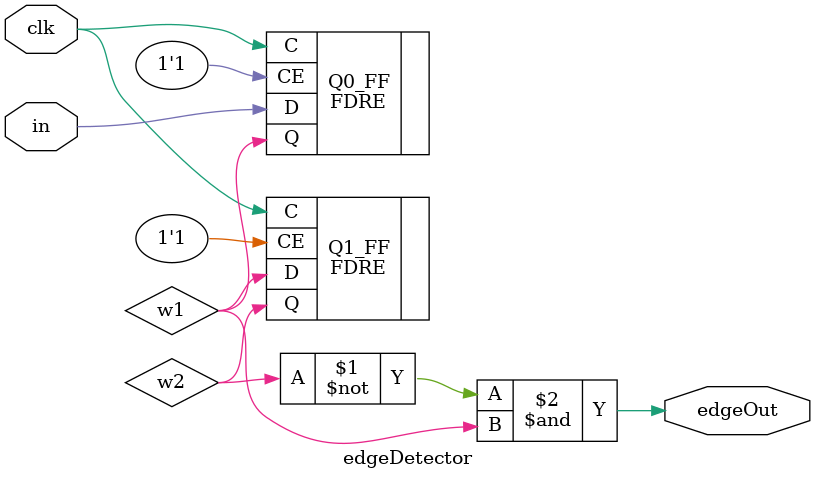
<source format=v>
`timescale 1ns / 1ps

module edgeDetector(
    input clk,
    input in,    
    output edgeOut
    );
    
    wire w1, w2;
    FDRE #(.INIT(1'b0)) Q0_FF (.C(clk), .CE(1'b1), .D(in), .Q(w1));
    FDRE #(.INIT(1'b0)) Q1_FF (.C(clk), .CE(1'b1), .D(w1), .Q(w2));
    assign edgeOut = ~w2 & w1;
    
endmodule

</source>
